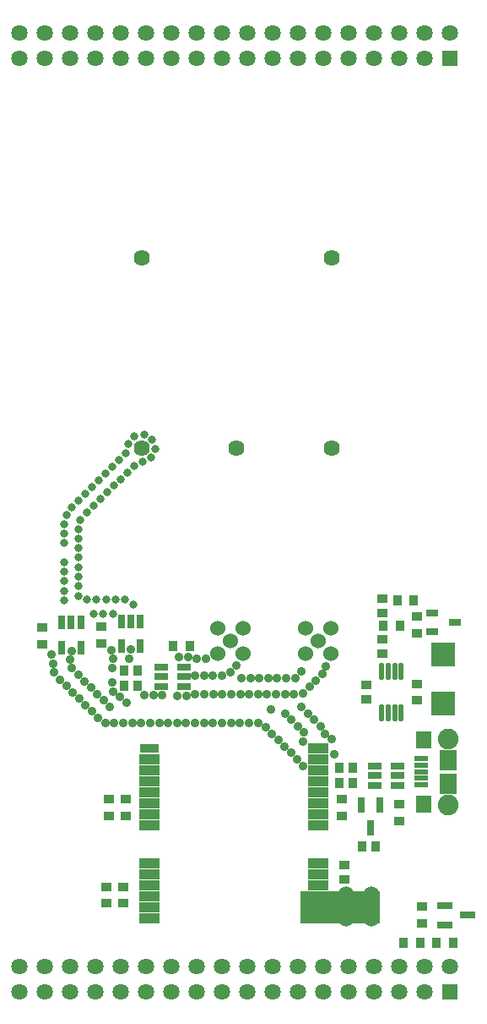
<source format=gts>
G04*
G04 #@! TF.GenerationSoftware,Altium Limited,Altium Designer,22.9.1 (49)*
G04*
G04 Layer_Color=8388736*
%FSLAX25Y25*%
%MOIN*%
G70*
G04*
G04 #@! TF.SameCoordinates,E9D11BAE-304F-488D-B7EA-F98EEB287584*
G04*
G04*
G04 #@! TF.FilePolarity,Negative*
G04*
G01*
G75*
%ADD31R,0.31500X0.12500*%
%ADD32R,0.06406X0.02862*%
%ADD33R,0.04043X0.03650*%
%ADD34R,0.03650X0.04043*%
%ADD35R,0.02862X0.05224*%
%ADD36R,0.07587X0.03650*%
%ADD37R,0.07887X0.03950*%
%ADD38R,0.09358X0.09752*%
%ADD39R,0.02862X0.06406*%
%ADD40R,0.05224X0.02862*%
%ADD41R,0.05815X0.02075*%
%ADD42R,0.06012X0.06799*%
%ADD43R,0.06799X0.07980*%
%ADD44R,0.04634X0.02862*%
%ADD45O,0.02075X0.06799*%
%ADD46C,0.06012*%
%ADD47C,0.08177*%
%ADD48C,0.06378*%
%ADD49C,0.06406*%
%ADD50R,0.06406X0.06406*%
%ADD51C,0.03556*%
%ADD52C,0.03256*%
D31*
X139750Y-120750D02*
D03*
D32*
X180972Y-120260D02*
D03*
Y-127740D02*
D03*
X190028Y-124000D02*
D03*
D33*
X171961Y-120693D02*
D03*
X172000Y-127228D02*
D03*
X55000Y-78272D02*
D03*
X55039Y-84807D02*
D03*
X54000Y-112772D02*
D03*
X54039Y-119307D02*
D03*
X48539Y-84807D02*
D03*
X48500Y-78272D02*
D03*
X47500Y-112772D02*
D03*
X47539Y-119307D02*
D03*
X170000Y-6272D02*
D03*
X170039Y-12807D02*
D03*
X21961Y-10693D02*
D03*
X22000Y-17228D02*
D03*
X140539Y-84807D02*
D03*
X140500Y-78272D02*
D03*
X163039Y-86807D02*
D03*
X163000Y-80272D02*
D03*
X141500Y-104244D02*
D03*
Y-109756D02*
D03*
X170039Y-39307D02*
D03*
X170000Y-32772D02*
D03*
X150000Y-38756D02*
D03*
Y-33244D02*
D03*
X156500Y-15244D02*
D03*
Y-20756D02*
D03*
Y756D02*
D03*
Y-4756D02*
D03*
X45500Y-16728D02*
D03*
X45461Y-10193D02*
D03*
D34*
X80307Y-17961D02*
D03*
X73772Y-18000D02*
D03*
X164693Y-135039D02*
D03*
X171228Y-135000D02*
D03*
X177693Y-135039D02*
D03*
X184228Y-135000D02*
D03*
X148244Y-97000D02*
D03*
X153756D02*
D03*
X139244Y-66000D02*
D03*
X144756D02*
D03*
X54244Y-33500D02*
D03*
X59756D02*
D03*
X54244Y-27500D02*
D03*
X59756D02*
D03*
X139244Y-72000D02*
D03*
X144756D02*
D03*
X163307Y-9961D02*
D03*
X156772Y-10000D02*
D03*
X168807Y39D02*
D03*
X162272Y0D02*
D03*
D35*
X60740Y-8079D02*
D03*
X57000D02*
D03*
X53260D02*
D03*
Y-17921D02*
D03*
X60740D02*
D03*
X37240Y-8579D02*
D03*
X33500D02*
D03*
X29760D02*
D03*
Y-18421D02*
D03*
X37240D02*
D03*
D36*
X64500Y-58224D02*
D03*
X131000Y-125154D02*
D03*
D37*
X64500Y-62555D02*
D03*
Y-66886D02*
D03*
Y-71216D02*
D03*
Y-75547D02*
D03*
Y-79878D02*
D03*
Y-84209D02*
D03*
Y-88539D02*
D03*
Y-103500D02*
D03*
Y-107831D02*
D03*
Y-112161D02*
D03*
Y-116492D02*
D03*
Y-120823D02*
D03*
Y-125154D02*
D03*
X131000Y-120823D02*
D03*
Y-116492D02*
D03*
Y-112161D02*
D03*
Y-107831D02*
D03*
Y-103500D02*
D03*
Y-88539D02*
D03*
Y-84209D02*
D03*
Y-79878D02*
D03*
Y-75547D02*
D03*
Y-71216D02*
D03*
Y-66886D02*
D03*
Y-62555D02*
D03*
Y-58224D02*
D03*
D38*
X180500Y-21354D02*
D03*
Y-40646D02*
D03*
D39*
X155480Y-80500D02*
D03*
X148000D02*
D03*
X151740Y-89555D02*
D03*
D40*
X78028Y-33740D02*
D03*
Y-30000D02*
D03*
Y-26260D02*
D03*
X68972D02*
D03*
Y-30000D02*
D03*
Y-33740D02*
D03*
X162528Y-72740D02*
D03*
Y-69000D02*
D03*
Y-65260D02*
D03*
X153472D02*
D03*
Y-69000D02*
D03*
Y-72740D02*
D03*
D41*
X171764Y-72618D02*
D03*
Y-70059D02*
D03*
Y-67500D02*
D03*
Y-64941D02*
D03*
Y-62382D02*
D03*
D42*
X172650Y-80098D02*
D03*
Y-54902D02*
D03*
D43*
X182295Y-72224D02*
D03*
Y-62776D02*
D03*
D44*
X175945Y-4760D02*
D03*
Y-12240D02*
D03*
X185000Y-8500D02*
D03*
D45*
X156161Y-44268D02*
D03*
X158721D02*
D03*
X161279D02*
D03*
X163839D02*
D03*
X156161Y-27732D02*
D03*
X158721D02*
D03*
X161279D02*
D03*
X163839D02*
D03*
D46*
X101500Y-21000D02*
D03*
X91500D02*
D03*
Y-11000D02*
D03*
X101500D02*
D03*
X96500Y-16000D02*
D03*
X136000Y-11000D02*
D03*
Y-21000D02*
D03*
X126000D02*
D03*
Y-11000D02*
D03*
X131000Y-16000D02*
D03*
X152000Y-125500D02*
D03*
X142000D02*
D03*
Y-115500D02*
D03*
X152000D02*
D03*
X147000Y-120500D02*
D03*
D47*
X182295Y-80492D02*
D03*
Y-54508D02*
D03*
D48*
X61252Y60248D02*
D03*
X98752D02*
D03*
X136252D02*
D03*
Y135248D02*
D03*
X61252D02*
D03*
D49*
X13177Y223874D02*
D03*
Y213874D02*
D03*
X23177Y223874D02*
D03*
Y213874D02*
D03*
X33177Y223874D02*
D03*
Y213874D02*
D03*
X43177Y223874D02*
D03*
Y213874D02*
D03*
X53177Y223874D02*
D03*
Y213874D02*
D03*
X63177Y223874D02*
D03*
Y213874D02*
D03*
X73177Y223874D02*
D03*
Y213874D02*
D03*
X83177Y223874D02*
D03*
Y213874D02*
D03*
X93177Y223874D02*
D03*
Y213874D02*
D03*
X103177Y223874D02*
D03*
Y213874D02*
D03*
X113177Y223874D02*
D03*
Y213874D02*
D03*
X123177Y223874D02*
D03*
Y213874D02*
D03*
X133177Y223874D02*
D03*
Y213874D02*
D03*
X143177Y223874D02*
D03*
Y213874D02*
D03*
X153177Y223874D02*
D03*
Y213874D02*
D03*
X163177Y223874D02*
D03*
Y213874D02*
D03*
X173177Y223874D02*
D03*
Y213874D02*
D03*
X183177Y223874D02*
D03*
X13177Y-144079D02*
D03*
Y-154079D02*
D03*
X23177Y-144079D02*
D03*
Y-154079D02*
D03*
X33177Y-144079D02*
D03*
Y-154079D02*
D03*
X43177Y-144079D02*
D03*
Y-154079D02*
D03*
X53177Y-144079D02*
D03*
Y-154079D02*
D03*
X63177Y-144079D02*
D03*
Y-154079D02*
D03*
X73177Y-144079D02*
D03*
Y-154079D02*
D03*
X83177Y-144079D02*
D03*
Y-154079D02*
D03*
X93177Y-144079D02*
D03*
Y-154079D02*
D03*
X103177Y-144079D02*
D03*
Y-154079D02*
D03*
X113177Y-144079D02*
D03*
Y-154079D02*
D03*
X123177Y-144079D02*
D03*
Y-154079D02*
D03*
X133177Y-144079D02*
D03*
Y-154079D02*
D03*
X143177Y-144079D02*
D03*
Y-154079D02*
D03*
X153177Y-144079D02*
D03*
Y-154079D02*
D03*
X163177Y-144079D02*
D03*
Y-154079D02*
D03*
X173177Y-144079D02*
D03*
Y-154079D02*
D03*
X183177Y-144079D02*
D03*
D50*
Y213874D02*
D03*
Y-154079D02*
D03*
D51*
X86681Y-23048D02*
D03*
X83137D02*
D03*
X79674Y-22299D02*
D03*
X76131D02*
D03*
X82394Y-29472D02*
D03*
X85937D02*
D03*
X89480D02*
D03*
X93024D02*
D03*
X96334Y-28209D02*
D03*
X98831Y-25694D02*
D03*
X124474Y-27983D02*
D03*
X121968Y-30489D02*
D03*
X118425Y-30528D02*
D03*
X114882D02*
D03*
X111338D02*
D03*
X107795D02*
D03*
X104252D02*
D03*
X100709D02*
D03*
X75527Y-37683D02*
D03*
X79070Y-37701D02*
D03*
X82534Y-36952D02*
D03*
X86077D02*
D03*
X89620D02*
D03*
X93164D02*
D03*
X96707D02*
D03*
X100250D02*
D03*
X103794D02*
D03*
X107337D02*
D03*
X110880D02*
D03*
X114424D02*
D03*
X117967D02*
D03*
X121510D02*
D03*
X125012Y-36410D02*
D03*
X127577Y-33966D02*
D03*
X130082Y-31460D02*
D03*
X132588Y-28955D02*
D03*
X134212Y-25806D02*
D03*
X49890Y-32197D02*
D03*
X49951Y-35740D02*
D03*
X52640Y-38047D02*
D03*
X55321Y-40364D02*
D03*
X117896Y-44438D02*
D03*
X120401Y-46944D02*
D03*
X122907Y-49449D02*
D03*
X125412Y-51955D02*
D03*
X124962Y-55470D02*
D03*
X136524Y-54704D02*
D03*
X133712Y-52549D02*
D03*
X131993Y-49450D02*
D03*
X129488Y-46945D02*
D03*
X126982Y-44440D02*
D03*
X124477Y-41934D02*
D03*
X69485Y-37288D02*
D03*
X65942D02*
D03*
X62398D02*
D03*
X25876Y-21366D02*
D03*
X26548Y-24845D02*
D03*
X26783Y-28381D02*
D03*
X29056Y-31099D02*
D03*
X31561Y-33604D02*
D03*
X34067Y-36110D02*
D03*
X36572Y-38615D02*
D03*
X39078Y-41121D02*
D03*
X41583Y-43626D02*
D03*
X44089Y-46132D02*
D03*
X47000Y-48152D02*
D03*
X50543Y-48212D02*
D03*
X54086D02*
D03*
X57629D02*
D03*
X61173D02*
D03*
X64716D02*
D03*
X68259D02*
D03*
X71803D02*
D03*
X75346D02*
D03*
X78889D02*
D03*
X82433D02*
D03*
X85976D02*
D03*
X89519D02*
D03*
X93063D02*
D03*
X96606D02*
D03*
X100149D02*
D03*
X103692D02*
D03*
X107236D02*
D03*
X110353Y-49896D02*
D03*
X112859Y-52402D02*
D03*
X115364Y-54907D02*
D03*
X117870Y-57413D02*
D03*
X120375Y-59918D02*
D03*
X122881Y-62424D02*
D03*
X124957Y-65295D02*
D03*
X137253Y-60447D02*
D03*
X112406Y-42863D02*
D03*
X48794Y-41751D02*
D03*
X46288Y-39245D02*
D03*
X43783Y-36740D02*
D03*
X41277Y-34234D02*
D03*
X38772Y-31729D02*
D03*
X36266Y-29223D02*
D03*
X33761Y-26718D02*
D03*
X32972Y-23264D02*
D03*
X33721Y-19800D02*
D03*
X49299Y-19480D02*
D03*
X50048Y-22944D02*
D03*
X49890Y-26484D02*
D03*
X56472Y-22763D02*
D03*
X57221Y-19300D02*
D03*
D52*
X58377Y64780D02*
D03*
X56116Y61780D02*
D03*
X55122Y58158D02*
D03*
X52466Y55503D02*
D03*
X49810Y52847D02*
D03*
X47155Y50191D02*
D03*
X44499Y47535D02*
D03*
X41843Y44879D02*
D03*
X39187Y42224D02*
D03*
X36531Y39568D02*
D03*
X33876Y36911D02*
D03*
X31729Y33829D02*
D03*
X30732Y30208D02*
D03*
X30643Y26453D02*
D03*
Y22697D02*
D03*
Y15186D02*
D03*
Y11430D02*
D03*
Y7674D02*
D03*
Y3918D02*
D03*
Y162D02*
D03*
X42404Y-5357D02*
D03*
X46159D02*
D03*
X49915D02*
D03*
X58048Y-1507D02*
D03*
X54787Y357D02*
D03*
X51032D02*
D03*
X47276D02*
D03*
X43520D02*
D03*
X39764D02*
D03*
X36357Y1939D02*
D03*
Y5694D02*
D03*
Y9450D02*
D03*
Y13206D02*
D03*
Y16962D02*
D03*
Y20718D02*
D03*
Y24474D02*
D03*
Y28230D02*
D03*
X37158Y31899D02*
D03*
X39705Y34660D02*
D03*
X42361Y37316D02*
D03*
X45016Y39972D02*
D03*
X47672Y42628D02*
D03*
X50328Y45284D02*
D03*
X52984Y47939D02*
D03*
X55640Y50595D02*
D03*
X58296Y53251D02*
D03*
X61673Y54894D02*
D03*
X65069Y56498D02*
D03*
X66619Y59920D02*
D03*
X65511Y63509D02*
D03*
X62336Y65515D02*
D03*
M02*

</source>
